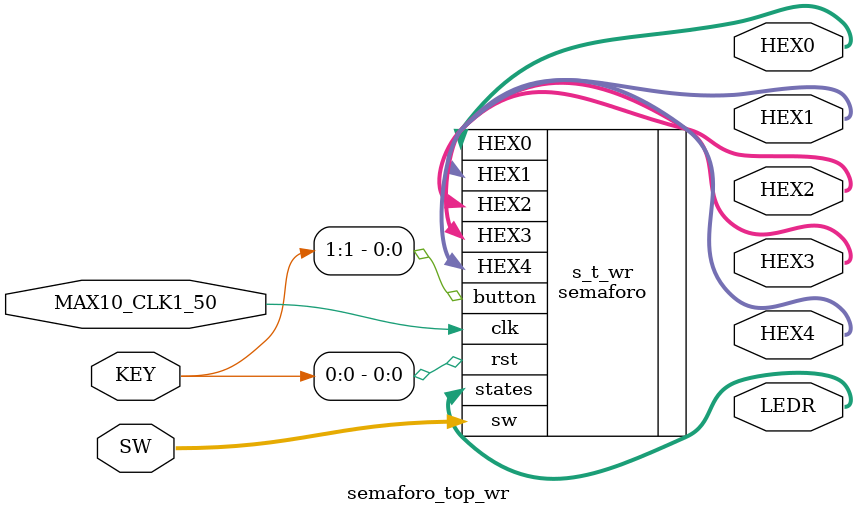
<source format=v>
module semaforo_top_wr (
    input MAX10_CLK1_50,
	 input [1:0] KEY,
    input [9:0] SW,
	 output [9:0] LEDR,
    output [6:0] HEX4, HEX3, HEX2, HEX1, HEX0
);

	semaforo s_t_wr(
	.clk(MAX10_CLK1_50),
	.rst(KEY[0]),
   .sw(SW[9:0]),
	.button(KEY[1]),
	.states(LEDR[9:0]),
   .HEX4(HEX4[6:0]), 
	.HEX3(HEX3[6:0]), 
	.HEX2(HEX2[6:0]), 
	.HEX1(HEX1[6:0]), 
	.HEX0(HEX0[6:0])
	 );
	 
endmodule
</source>
